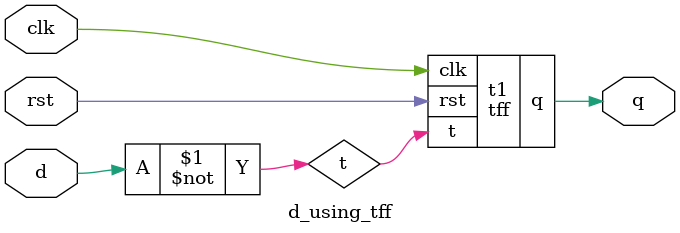
<source format=v>
module tff(input t, clk, rst, output reg q);
always @(posedge clk) begin
	if(rst) q<=0;
	else q<=~t;
end
endmodule

module d_using_tff(input d,clk,rst, output q);
wire t;
tff t1(.t(t),.clk(clk),.rst(rst),.q(q));
assign t = ~d;
endmodule

</source>
